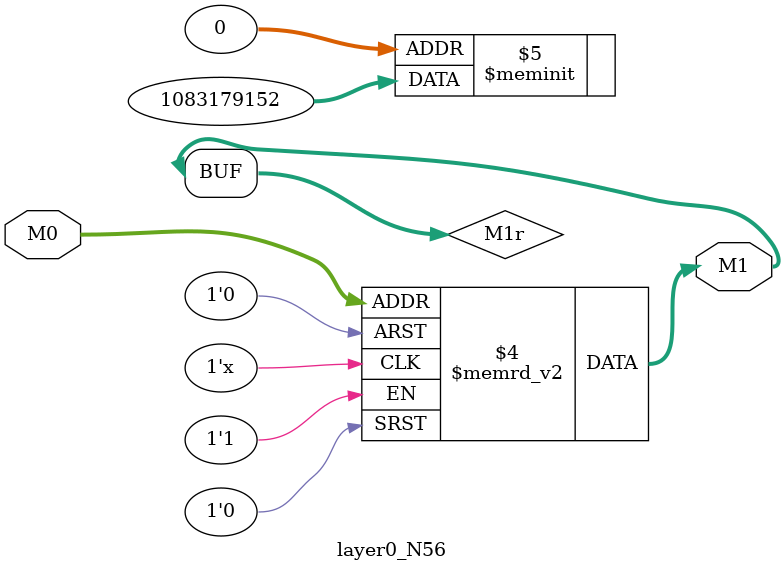
<source format=v>
module layer0_N56 ( input [3:0] M0, output [1:0] M1 );

	(*rom_style = "distributed" *) reg [1:0] M1r;
	assign M1 = M1r;
	always @ (M0) begin
		case (M0)
			4'b0000: M1r = 2'b00;
			4'b1000: M1r = 2'b00;
			4'b0100: M1r = 2'b00;
			4'b1100: M1r = 2'b00;
			4'b0010: M1r = 2'b01;
			4'b1010: M1r = 2'b01;
			4'b0110: M1r = 2'b00;
			4'b1110: M1r = 2'b00;
			4'b0001: M1r = 2'b00;
			4'b1001: M1r = 2'b00;
			4'b0101: M1r = 2'b00;
			4'b1101: M1r = 2'b00;
			4'b0011: M1r = 2'b10;
			4'b1011: M1r = 2'b10;
			4'b0111: M1r = 2'b00;
			4'b1111: M1r = 2'b01;

		endcase
	end
endmodule

</source>
